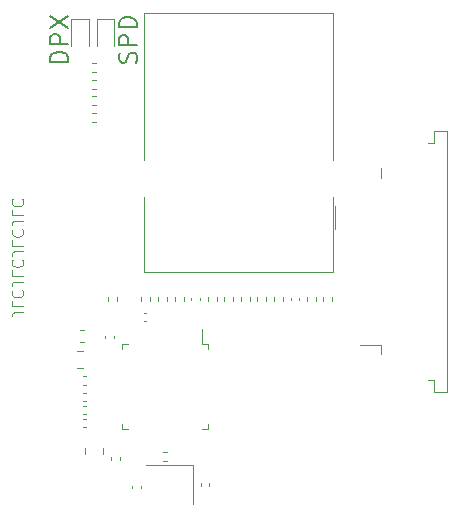
<source format=gbr>
%TF.GenerationSoftware,KiCad,Pcbnew,8.0.3*%
%TF.CreationDate,2024-11-11T17:41:13-05:00*%
%TF.ProjectId,Ethernet HAT,45746865-726e-4657-9420-4841542e6b69,rev?*%
%TF.SameCoordinates,Original*%
%TF.FileFunction,Legend,Top*%
%TF.FilePolarity,Positive*%
%FSLAX46Y46*%
G04 Gerber Fmt 4.6, Leading zero omitted, Abs format (unit mm)*
G04 Created by KiCad (PCBNEW 8.0.3) date 2024-11-11 17:41:13*
%MOMM*%
%LPD*%
G01*
G04 APERTURE LIST*
%ADD10C,0.125000*%
%ADD11C,0.187500*%
%ADD12C,0.120000*%
G04 APERTURE END LIST*
D10*
X135028880Y-104293954D02*
X134314595Y-104293954D01*
X134314595Y-104293954D02*
X134171738Y-104341573D01*
X134171738Y-104341573D02*
X134076500Y-104436811D01*
X134076500Y-104436811D02*
X134028880Y-104579668D01*
X134028880Y-104579668D02*
X134028880Y-104674906D01*
X134028880Y-103341573D02*
X134028880Y-103817763D01*
X134028880Y-103817763D02*
X135028880Y-103817763D01*
X134124119Y-102436811D02*
X134076500Y-102484430D01*
X134076500Y-102484430D02*
X134028880Y-102627287D01*
X134028880Y-102627287D02*
X134028880Y-102722525D01*
X134028880Y-102722525D02*
X134076500Y-102865382D01*
X134076500Y-102865382D02*
X134171738Y-102960620D01*
X134171738Y-102960620D02*
X134266976Y-103008239D01*
X134266976Y-103008239D02*
X134457452Y-103055858D01*
X134457452Y-103055858D02*
X134600309Y-103055858D01*
X134600309Y-103055858D02*
X134790785Y-103008239D01*
X134790785Y-103008239D02*
X134886023Y-102960620D01*
X134886023Y-102960620D02*
X134981261Y-102865382D01*
X134981261Y-102865382D02*
X135028880Y-102722525D01*
X135028880Y-102722525D02*
X135028880Y-102627287D01*
X135028880Y-102627287D02*
X134981261Y-102484430D01*
X134981261Y-102484430D02*
X134933642Y-102436811D01*
X135028880Y-101722525D02*
X134314595Y-101722525D01*
X134314595Y-101722525D02*
X134171738Y-101770144D01*
X134171738Y-101770144D02*
X134076500Y-101865382D01*
X134076500Y-101865382D02*
X134028880Y-102008239D01*
X134028880Y-102008239D02*
X134028880Y-102103477D01*
X134028880Y-100770144D02*
X134028880Y-101246334D01*
X134028880Y-101246334D02*
X135028880Y-101246334D01*
X134124119Y-99865382D02*
X134076500Y-99913001D01*
X134076500Y-99913001D02*
X134028880Y-100055858D01*
X134028880Y-100055858D02*
X134028880Y-100151096D01*
X134028880Y-100151096D02*
X134076500Y-100293953D01*
X134076500Y-100293953D02*
X134171738Y-100389191D01*
X134171738Y-100389191D02*
X134266976Y-100436810D01*
X134266976Y-100436810D02*
X134457452Y-100484429D01*
X134457452Y-100484429D02*
X134600309Y-100484429D01*
X134600309Y-100484429D02*
X134790785Y-100436810D01*
X134790785Y-100436810D02*
X134886023Y-100389191D01*
X134886023Y-100389191D02*
X134981261Y-100293953D01*
X134981261Y-100293953D02*
X135028880Y-100151096D01*
X135028880Y-100151096D02*
X135028880Y-100055858D01*
X135028880Y-100055858D02*
X134981261Y-99913001D01*
X134981261Y-99913001D02*
X134933642Y-99865382D01*
X135028880Y-99151096D02*
X134314595Y-99151096D01*
X134314595Y-99151096D02*
X134171738Y-99198715D01*
X134171738Y-99198715D02*
X134076500Y-99293953D01*
X134076500Y-99293953D02*
X134028880Y-99436810D01*
X134028880Y-99436810D02*
X134028880Y-99532048D01*
X134028880Y-98198715D02*
X134028880Y-98674905D01*
X134028880Y-98674905D02*
X135028880Y-98674905D01*
X134124119Y-97293953D02*
X134076500Y-97341572D01*
X134076500Y-97341572D02*
X134028880Y-97484429D01*
X134028880Y-97484429D02*
X134028880Y-97579667D01*
X134028880Y-97579667D02*
X134076500Y-97722524D01*
X134076500Y-97722524D02*
X134171738Y-97817762D01*
X134171738Y-97817762D02*
X134266976Y-97865381D01*
X134266976Y-97865381D02*
X134457452Y-97913000D01*
X134457452Y-97913000D02*
X134600309Y-97913000D01*
X134600309Y-97913000D02*
X134790785Y-97865381D01*
X134790785Y-97865381D02*
X134886023Y-97817762D01*
X134886023Y-97817762D02*
X134981261Y-97722524D01*
X134981261Y-97722524D02*
X135028880Y-97579667D01*
X135028880Y-97579667D02*
X135028880Y-97484429D01*
X135028880Y-97484429D02*
X134981261Y-97341572D01*
X134981261Y-97341572D02*
X134933642Y-97293953D01*
X135028880Y-96579667D02*
X134314595Y-96579667D01*
X134314595Y-96579667D02*
X134171738Y-96627286D01*
X134171738Y-96627286D02*
X134076500Y-96722524D01*
X134076500Y-96722524D02*
X134028880Y-96865381D01*
X134028880Y-96865381D02*
X134028880Y-96960619D01*
X134028880Y-95627286D02*
X134028880Y-96103476D01*
X134028880Y-96103476D02*
X135028880Y-96103476D01*
X134124119Y-94722524D02*
X134076500Y-94770143D01*
X134076500Y-94770143D02*
X134028880Y-94913000D01*
X134028880Y-94913000D02*
X134028880Y-95008238D01*
X134028880Y-95008238D02*
X134076500Y-95151095D01*
X134076500Y-95151095D02*
X134171738Y-95246333D01*
X134171738Y-95246333D02*
X134266976Y-95293952D01*
X134266976Y-95293952D02*
X134457452Y-95341571D01*
X134457452Y-95341571D02*
X134600309Y-95341571D01*
X134600309Y-95341571D02*
X134790785Y-95293952D01*
X134790785Y-95293952D02*
X134886023Y-95246333D01*
X134886023Y-95246333D02*
X134981261Y-95151095D01*
X134981261Y-95151095D02*
X135028880Y-95008238D01*
X135028880Y-95008238D02*
X135028880Y-94913000D01*
X135028880Y-94913000D02*
X134981261Y-94770143D01*
X134981261Y-94770143D02*
X134933642Y-94722524D01*
D11*
X144535250Y-83190930D02*
X144606678Y-82976645D01*
X144606678Y-82976645D02*
X144606678Y-82619502D01*
X144606678Y-82619502D02*
X144535250Y-82476645D01*
X144535250Y-82476645D02*
X144463821Y-82405216D01*
X144463821Y-82405216D02*
X144320964Y-82333787D01*
X144320964Y-82333787D02*
X144178107Y-82333787D01*
X144178107Y-82333787D02*
X144035250Y-82405216D01*
X144035250Y-82405216D02*
X143963821Y-82476645D01*
X143963821Y-82476645D02*
X143892392Y-82619502D01*
X143892392Y-82619502D02*
X143820964Y-82905216D01*
X143820964Y-82905216D02*
X143749535Y-83048073D01*
X143749535Y-83048073D02*
X143678107Y-83119502D01*
X143678107Y-83119502D02*
X143535250Y-83190930D01*
X143535250Y-83190930D02*
X143392392Y-83190930D01*
X143392392Y-83190930D02*
X143249535Y-83119502D01*
X143249535Y-83119502D02*
X143178107Y-83048073D01*
X143178107Y-83048073D02*
X143106678Y-82905216D01*
X143106678Y-82905216D02*
X143106678Y-82548073D01*
X143106678Y-82548073D02*
X143178107Y-82333787D01*
X144606678Y-81690931D02*
X143106678Y-81690931D01*
X143106678Y-81690931D02*
X143106678Y-81119502D01*
X143106678Y-81119502D02*
X143178107Y-80976645D01*
X143178107Y-80976645D02*
X143249535Y-80905216D01*
X143249535Y-80905216D02*
X143392392Y-80833788D01*
X143392392Y-80833788D02*
X143606678Y-80833788D01*
X143606678Y-80833788D02*
X143749535Y-80905216D01*
X143749535Y-80905216D02*
X143820964Y-80976645D01*
X143820964Y-80976645D02*
X143892392Y-81119502D01*
X143892392Y-81119502D02*
X143892392Y-81690931D01*
X144606678Y-80190931D02*
X143106678Y-80190931D01*
X143106678Y-80190931D02*
X143106678Y-79833788D01*
X143106678Y-79833788D02*
X143178107Y-79619502D01*
X143178107Y-79619502D02*
X143320964Y-79476645D01*
X143320964Y-79476645D02*
X143463821Y-79405216D01*
X143463821Y-79405216D02*
X143749535Y-79333788D01*
X143749535Y-79333788D02*
X143963821Y-79333788D01*
X143963821Y-79333788D02*
X144249535Y-79405216D01*
X144249535Y-79405216D02*
X144392392Y-79476645D01*
X144392392Y-79476645D02*
X144535250Y-79619502D01*
X144535250Y-79619502D02*
X144606678Y-79833788D01*
X144606678Y-79833788D02*
X144606678Y-80190931D01*
X138806678Y-83119502D02*
X137306678Y-83119502D01*
X137306678Y-83119502D02*
X137306678Y-82762359D01*
X137306678Y-82762359D02*
X137378107Y-82548073D01*
X137378107Y-82548073D02*
X137520964Y-82405216D01*
X137520964Y-82405216D02*
X137663821Y-82333787D01*
X137663821Y-82333787D02*
X137949535Y-82262359D01*
X137949535Y-82262359D02*
X138163821Y-82262359D01*
X138163821Y-82262359D02*
X138449535Y-82333787D01*
X138449535Y-82333787D02*
X138592392Y-82405216D01*
X138592392Y-82405216D02*
X138735250Y-82548073D01*
X138735250Y-82548073D02*
X138806678Y-82762359D01*
X138806678Y-82762359D02*
X138806678Y-83119502D01*
X138806678Y-81619502D02*
X137306678Y-81619502D01*
X137306678Y-81619502D02*
X137306678Y-81048073D01*
X137306678Y-81048073D02*
X137378107Y-80905216D01*
X137378107Y-80905216D02*
X137449535Y-80833787D01*
X137449535Y-80833787D02*
X137592392Y-80762359D01*
X137592392Y-80762359D02*
X137806678Y-80762359D01*
X137806678Y-80762359D02*
X137949535Y-80833787D01*
X137949535Y-80833787D02*
X138020964Y-80905216D01*
X138020964Y-80905216D02*
X138092392Y-81048073D01*
X138092392Y-81048073D02*
X138092392Y-81619502D01*
X137306678Y-80262359D02*
X138806678Y-79262359D01*
X137306678Y-79262359D02*
X138806678Y-80262359D01*
D12*
%TO.C,R7*%
X154820000Y-103353641D02*
X154820000Y-103046359D01*
X155580000Y-103353641D02*
X155580000Y-103046359D01*
%TO.C,R14*%
X140858859Y-84620000D02*
X141166141Y-84620000D01*
X140858859Y-85380000D02*
X141166141Y-85380000D01*
%TO.C,L1*%
X139837221Y-105790000D02*
X140162779Y-105790000D01*
X139837221Y-106810000D02*
X140162779Y-106810000D01*
%TO.C,U1*%
X143390000Y-106990000D02*
X143840000Y-106990000D01*
X143390000Y-107440000D02*
X143390000Y-106990000D01*
X143390000Y-113760000D02*
X143390000Y-114210000D01*
X143390000Y-114210000D02*
X143840000Y-114210000D01*
X150160000Y-106990000D02*
X150160000Y-105700000D01*
X150610000Y-106990000D02*
X150160000Y-106990000D01*
X150610000Y-107440000D02*
X150610000Y-106990000D01*
X150610000Y-113760000D02*
X150610000Y-114210000D01*
X150610000Y-114210000D02*
X150160000Y-114210000D01*
%TO.C,C7*%
X140061252Y-107565000D02*
X139538748Y-107565000D01*
X140061252Y-109035000D02*
X139538748Y-109035000D01*
%TO.C,D2*%
X139065000Y-79515000D02*
X139065000Y-81800000D01*
X140535000Y-79515000D02*
X139065000Y-79515000D01*
X140535000Y-81800000D02*
X140535000Y-79515000D01*
%TO.C,R15*%
X147820000Y-103353641D02*
X147820000Y-103046359D01*
X148580000Y-103353641D02*
X148580000Y-103046359D01*
%TO.C,R10*%
X140846359Y-86020000D02*
X141153641Y-86020000D01*
X140846359Y-86780000D02*
X141153641Y-86780000D01*
%TO.C,C5*%
X140307836Y-111140000D02*
X140092164Y-111140000D01*
X140307836Y-111860000D02*
X140092164Y-111860000D01*
%TO.C,R16*%
X146420000Y-103353641D02*
X146420000Y-103046359D01*
X147180000Y-103353641D02*
X147180000Y-103046359D01*
%TO.C,R11*%
X140846359Y-87420000D02*
X141153641Y-87420000D01*
X140846359Y-88180000D02*
X141153641Y-88180000D01*
%TO.C,C8*%
X140307836Y-109740000D02*
X140092164Y-109740000D01*
X140307836Y-110460000D02*
X140092164Y-110460000D01*
%TO.C,R5*%
X152020000Y-103353641D02*
X152020000Y-103046359D01*
X152780000Y-103353641D02*
X152780000Y-103046359D01*
%TO.C,C3*%
X149240000Y-103092164D02*
X149240000Y-103307836D01*
X149960000Y-103092164D02*
X149960000Y-103307836D01*
%TO.C,R13*%
X140846359Y-83220000D02*
X141153641Y-83220000D01*
X140846359Y-83980000D02*
X141153641Y-83980000D01*
%TO.C,C6*%
X140307836Y-113340000D02*
X140092164Y-113340000D01*
X140307836Y-114060000D02*
X140092164Y-114060000D01*
%TO.C,C2*%
X150040000Y-118792164D02*
X150040000Y-119007836D01*
X150760000Y-118792164D02*
X150760000Y-119007836D01*
%TO.C,R1*%
X146846359Y-116120000D02*
X147153641Y-116120000D01*
X146846359Y-116880000D02*
X147153641Y-116880000D01*
%TO.C,C11*%
X141940000Y-106507836D02*
X141940000Y-106292164D01*
X142660000Y-106507836D02*
X142660000Y-106292164D01*
%TO.C,R3*%
X159020000Y-103353641D02*
X159020000Y-103046359D01*
X159780000Y-103353641D02*
X159780000Y-103046359D01*
%TO.C,R17*%
X150620000Y-103353641D02*
X150620000Y-103046359D01*
X151380000Y-103353641D02*
X151380000Y-103046359D01*
%TO.C,R4*%
X145020000Y-103353641D02*
X145020000Y-103046359D01*
X145780000Y-103353641D02*
X145780000Y-103046359D01*
%TO.C,C4*%
X157640000Y-103092164D02*
X157640000Y-103307836D01*
X158360000Y-103092164D02*
X158360000Y-103307836D01*
%TO.C,D1*%
X141255000Y-79502500D02*
X141255000Y-81787500D01*
X142725000Y-79502500D02*
X141255000Y-79502500D01*
X142725000Y-81787500D02*
X142725000Y-79502500D01*
%TO.C,R2*%
X153420000Y-103353641D02*
X153420000Y-103046359D01*
X154180000Y-103353641D02*
X154180000Y-103046359D01*
%TO.C,C14*%
X140265000Y-115788748D02*
X140265000Y-116311252D01*
X141735000Y-115788748D02*
X141735000Y-116311252D01*
%TO.C,R12*%
X156220000Y-103353641D02*
X156220000Y-103046359D01*
X156980000Y-103353641D02*
X156980000Y-103046359D01*
%TO.C,C13*%
X140307836Y-112240000D02*
X140092164Y-112240000D01*
X140307836Y-112960000D02*
X140092164Y-112960000D01*
%TO.C,C12*%
X145407836Y-104340000D02*
X145192164Y-104340000D01*
X145407836Y-105060000D02*
X145192164Y-105060000D01*
%TO.C,R6*%
X160420000Y-103353641D02*
X160420000Y-103046359D01*
X161180000Y-103353641D02*
X161180000Y-103046359D01*
%TO.C,J2*%
X165290000Y-92935000D02*
X165290000Y-92110000D01*
X165290000Y-107065000D02*
X163490000Y-107065000D01*
X165290000Y-107890000D02*
X165290000Y-107065000D01*
X169260000Y-89955000D02*
X169800000Y-89955000D01*
X169800000Y-88930000D02*
X170910000Y-88930000D01*
X169800000Y-89955000D02*
X169800000Y-88930000D01*
X169800000Y-110045000D02*
X169260000Y-110045000D01*
X169800000Y-111070000D02*
X169800000Y-110045000D01*
X170910000Y-88930000D02*
X170910000Y-111070000D01*
X170910000Y-111070000D02*
X169800000Y-111070000D01*
%TO.C,R8*%
X142220000Y-103353641D02*
X142220000Y-103046359D01*
X142980000Y-103353641D02*
X142980000Y-103046359D01*
%TO.C,C15*%
X142440000Y-116592164D02*
X142440000Y-116807836D01*
X143160000Y-116592164D02*
X143160000Y-116807836D01*
%TO.C,C1*%
X144240000Y-118992164D02*
X144240000Y-119207836D01*
X144960000Y-118992164D02*
X144960000Y-119207836D01*
%TO.C,Y1*%
X149400000Y-117250000D02*
X145400000Y-117250000D01*
X149400000Y-120550000D02*
X149400000Y-117250000D01*
%TO.C,J1*%
X145250000Y-78960000D02*
X161200000Y-78960000D01*
X145250000Y-91400000D02*
X145250000Y-78960000D01*
X145250000Y-100880000D02*
X145250000Y-94600000D01*
X161200000Y-78960000D02*
X161200000Y-91400000D01*
X161200000Y-94600000D02*
X161200000Y-100880000D01*
X161200000Y-100880000D02*
X145250000Y-100880000D01*
X161400000Y-97290000D02*
X161400000Y-95290000D01*
%TD*%
M02*

</source>
